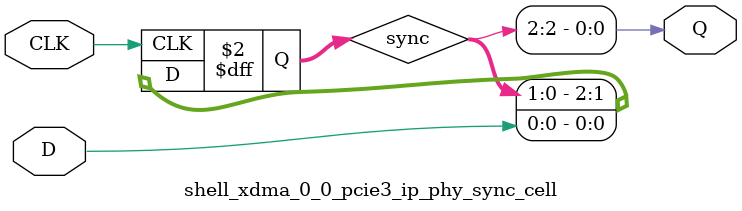
<source format=v>





`timescale 1ps / 1ps



//-------------------------------------------------------------------------------------------------
//  Synchronizer Library Module
//-------------------------------------------------------------------------------------------------
module shell_xdma_0_0_pcie3_ip_phy_sync_cell #
(
    parameter integer STAGE = 2
)
(
    //-------------------------------------------------------------------------- 
    //  Input Ports
    //-------------------------------------------------------------------------- 
    input                               CLK,
    input                               D,
    
    //-------------------------------------------------------------------------- 
    //  Output Ports
    //-------------------------------------------------------------------------- 
    output                              Q
);

    //-------------------------------------------------------------------------- 
    //  Synchronized Signals
    //--------------------------------------------------------------------------  
    (* KEEP = "TRUE", ASYNC_REG = "TRUE", SHIFT_EXTRACT = "NO" *) reg [STAGE:0] sync;                                                            



//--------------------------------------------------------------------------------------------------
//  Synchronizier
//--------------------------------------------------------------------------------------------------
always @ (posedge CLK)
begin

    sync <= {sync[(STAGE-1):0], D};
            
end   



//--------------------------------------------------------------------------------------------------
//  Generate Output
//--------------------------------------------------------------------------------------------------
assign Q = sync[STAGE];


endmodule


</source>
